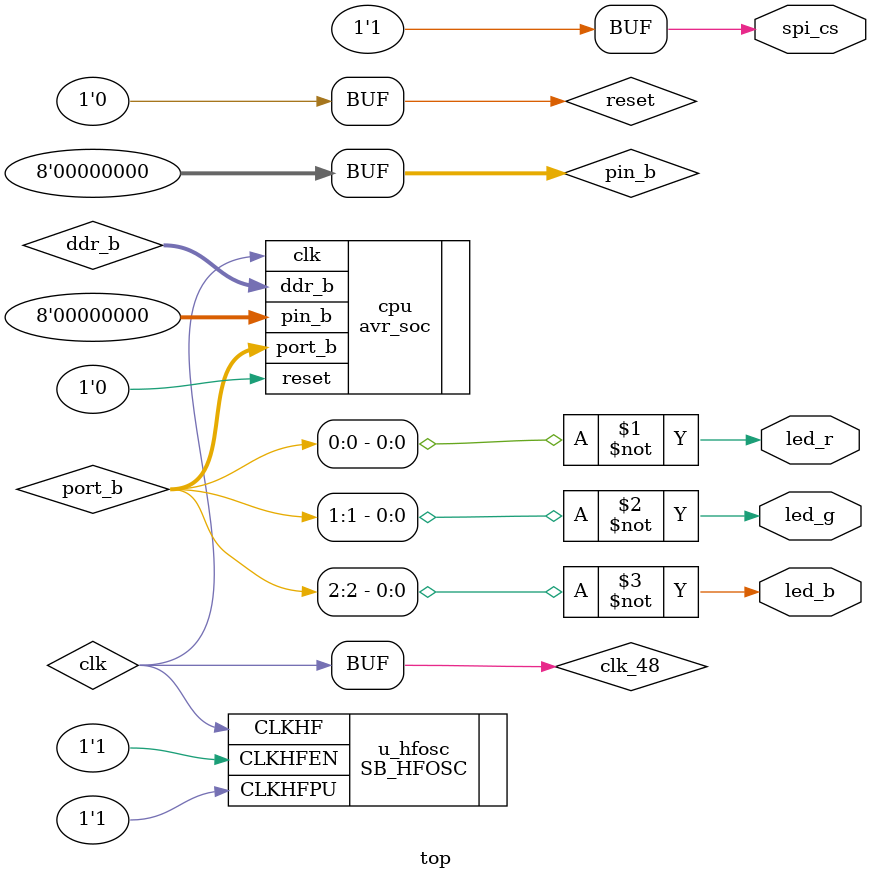
<source format=v>
`default_nettype none
`define AVR_PROGRAM "test4.hex"
`include "soc.v"

module top(
	output led_r,
	output led_g,
	output led_b,
	output spi_cs
);
	assign spi_cs = 1;

	wire clk_48;
	wire reset = 0;
	SB_HFOSC u_hfosc (
		.CLKHFPU(1'b1),
		.CLKHFEN(1'b1),
		.CLKHF(clk_48)
	);
	wire clk = clk_48;

	assign led_r = ~port_b[0];
	assign led_g = ~port_b[1];
	assign led_b = ~port_b[2];

	wire [7:0] port_b;
	wire [7:0] ddr_b;
	reg [7:0] pin_b = 0;

	avr_soc cpu(
		.clk(clk),
		.reset(reset),

		.port_b(port_b),
		.pin_b(pin_b),
		.ddr_b(ddr_b),
	);

endmodule

</source>
